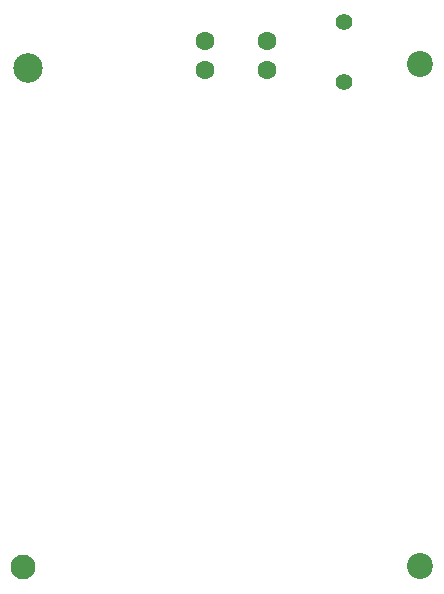
<source format=gbr>
%TF.GenerationSoftware,KiCad,Pcbnew,9.0.5*%
%TF.CreationDate,2026-01-13T09:43:48+09:00*%
%TF.ProjectId,emi-board,656d692d-626f-4617-9264-2e6b69636164,rev?*%
%TF.SameCoordinates,Original*%
%TF.FileFunction,Soldermask,Bot*%
%TF.FilePolarity,Negative*%
%FSLAX46Y46*%
G04 Gerber Fmt 4.6, Leading zero omitted, Abs format (unit mm)*
G04 Created by KiCad (PCBNEW 9.0.5) date 2026-01-13 09:43:48*
%MOMM*%
%LPD*%
G01*
G04 APERTURE LIST*
%ADD10C,1.400000*%
%ADD11C,1.600000*%
%ADD12C,2.100000*%
%ADD13C,2.200000*%
%ADD14C,2.500000*%
G04 APERTURE END LIST*
D10*
%TO.C,R1*%
X164000000Y-82540000D03*
X164000000Y-77460000D03*
%TD*%
D11*
%TO.C,C1*%
X152250000Y-81500000D03*
X152250000Y-79000000D03*
%TD*%
D12*
%TO.C,REF\u002A\u002A*%
X136850000Y-123600000D03*
%TD*%
D11*
%TO.C,C2A1*%
X157500000Y-79000000D03*
X157500000Y-81500000D03*
%TD*%
D13*
%TO.C,REF\u002A\u002A*%
X170500000Y-81000000D03*
%TD*%
%TO.C,REF\u002A\u002A*%
X170500000Y-123500000D03*
%TD*%
D14*
%TO.C,REF\u002A\u002A*%
X137250000Y-81300000D03*
%TD*%
M02*

</source>
